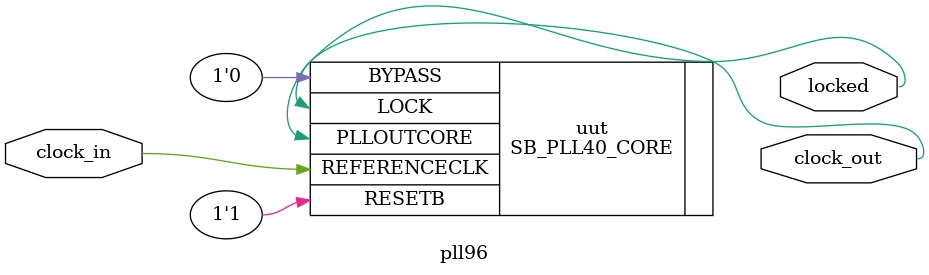
<source format=v>
/**
 * PLL configuration
 *
 * This Verilog module was generated automatically
 * using the icepll tool from the IceStorm project.
 * Use at your own risk.
 *
 * Given input frequency:        12.000 MHz
 * Requested output frequency:   96.000 MHz
 * Achieved output frequency:    96.000 MHz
 */

module pll96(
	input  clock_in,
	output clock_out,
	output locked
	);

SB_PLL40_CORE #(
		.FEEDBACK_PATH("SIMPLE"),
		.DIVR(4'b0000),		// DIVR =  0
		.DIVF(7'b0111111),	// DIVF = 63
		.DIVQ(3'b011),		// DIVQ =  3
		.FILTER_RANGE(3'b001)	// FILTER_RANGE = 1
	) uut (
		.LOCK(locked),
		.RESETB(1'b1),
		.BYPASS(1'b0),
		.REFERENCECLK(clock_in),
		.PLLOUTCORE(clock_out)
		);

endmodule

</source>
